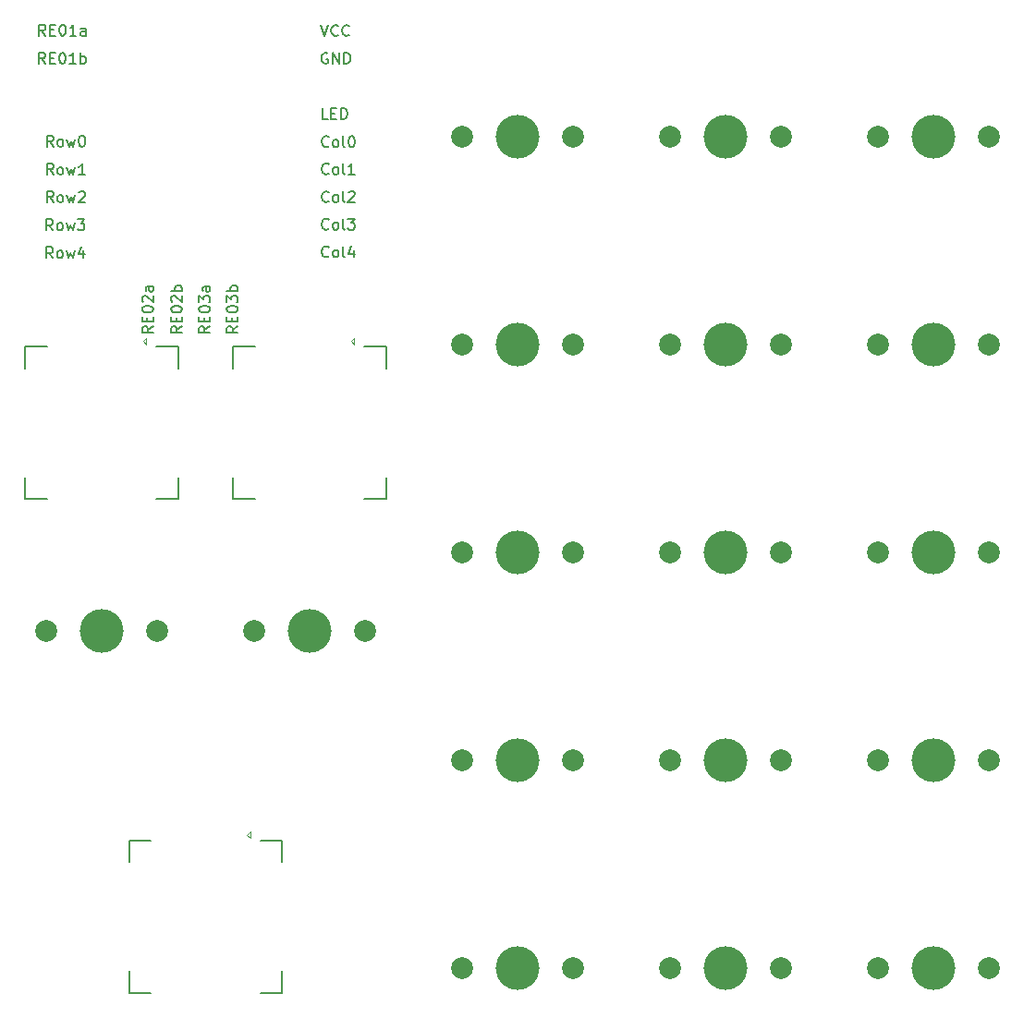
<source format=gbr>
G04 #@! TF.GenerationSoftware,KiCad,Pcbnew,7.0.9*
G04 #@! TF.CreationDate,2024-01-25T19:57:45+09:00*
G04 #@! TF.ProjectId,withTK,77697468-544b-42e6-9b69-6361645f7063,rev?*
G04 #@! TF.SameCoordinates,Original*
G04 #@! TF.FileFunction,Legend,Top*
G04 #@! TF.FilePolarity,Positive*
%FSLAX46Y46*%
G04 Gerber Fmt 4.6, Leading zero omitted, Abs format (unit mm)*
G04 Created by KiCad (PCBNEW 7.0.9) date 2024-01-25 19:57:45*
%MOMM*%
%LPD*%
G01*
G04 APERTURE LIST*
%ADD10C,0.150000*%
%ADD11C,0.120000*%
%ADD12C,2.000000*%
%ADD13C,4.000000*%
G04 APERTURE END LIST*
D10*
X24658025Y-39701535D02*
X24324692Y-39225344D01*
X24086597Y-39701535D02*
X24086597Y-38701535D01*
X24086597Y-38701535D02*
X24467549Y-38701535D01*
X24467549Y-38701535D02*
X24562787Y-38749154D01*
X24562787Y-38749154D02*
X24610406Y-38796773D01*
X24610406Y-38796773D02*
X24658025Y-38892011D01*
X24658025Y-38892011D02*
X24658025Y-39034868D01*
X24658025Y-39034868D02*
X24610406Y-39130106D01*
X24610406Y-39130106D02*
X24562787Y-39177725D01*
X24562787Y-39177725D02*
X24467549Y-39225344D01*
X24467549Y-39225344D02*
X24086597Y-39225344D01*
X25229454Y-39701535D02*
X25134216Y-39653916D01*
X25134216Y-39653916D02*
X25086597Y-39606296D01*
X25086597Y-39606296D02*
X25038978Y-39511058D01*
X25038978Y-39511058D02*
X25038978Y-39225344D01*
X25038978Y-39225344D02*
X25086597Y-39130106D01*
X25086597Y-39130106D02*
X25134216Y-39082487D01*
X25134216Y-39082487D02*
X25229454Y-39034868D01*
X25229454Y-39034868D02*
X25372311Y-39034868D01*
X25372311Y-39034868D02*
X25467549Y-39082487D01*
X25467549Y-39082487D02*
X25515168Y-39130106D01*
X25515168Y-39130106D02*
X25562787Y-39225344D01*
X25562787Y-39225344D02*
X25562787Y-39511058D01*
X25562787Y-39511058D02*
X25515168Y-39606296D01*
X25515168Y-39606296D02*
X25467549Y-39653916D01*
X25467549Y-39653916D02*
X25372311Y-39701535D01*
X25372311Y-39701535D02*
X25229454Y-39701535D01*
X25896121Y-39034868D02*
X26086597Y-39701535D01*
X26086597Y-39701535D02*
X26277073Y-39225344D01*
X26277073Y-39225344D02*
X26467549Y-39701535D01*
X26467549Y-39701535D02*
X26658025Y-39034868D01*
X27467549Y-39034868D02*
X27467549Y-39701535D01*
X27229454Y-38653916D02*
X26991359Y-39368201D01*
X26991359Y-39368201D02*
X27610406Y-39368201D01*
X49930273Y-29432063D02*
X49882654Y-29479683D01*
X49882654Y-29479683D02*
X49739797Y-29527302D01*
X49739797Y-29527302D02*
X49644559Y-29527302D01*
X49644559Y-29527302D02*
X49501702Y-29479683D01*
X49501702Y-29479683D02*
X49406464Y-29384444D01*
X49406464Y-29384444D02*
X49358845Y-29289206D01*
X49358845Y-29289206D02*
X49311226Y-29098730D01*
X49311226Y-29098730D02*
X49311226Y-28955873D01*
X49311226Y-28955873D02*
X49358845Y-28765397D01*
X49358845Y-28765397D02*
X49406464Y-28670159D01*
X49406464Y-28670159D02*
X49501702Y-28574921D01*
X49501702Y-28574921D02*
X49644559Y-28527302D01*
X49644559Y-28527302D02*
X49739797Y-28527302D01*
X49739797Y-28527302D02*
X49882654Y-28574921D01*
X49882654Y-28574921D02*
X49930273Y-28622540D01*
X50501702Y-29527302D02*
X50406464Y-29479683D01*
X50406464Y-29479683D02*
X50358845Y-29432063D01*
X50358845Y-29432063D02*
X50311226Y-29336825D01*
X50311226Y-29336825D02*
X50311226Y-29051111D01*
X50311226Y-29051111D02*
X50358845Y-28955873D01*
X50358845Y-28955873D02*
X50406464Y-28908254D01*
X50406464Y-28908254D02*
X50501702Y-28860635D01*
X50501702Y-28860635D02*
X50644559Y-28860635D01*
X50644559Y-28860635D02*
X50739797Y-28908254D01*
X50739797Y-28908254D02*
X50787416Y-28955873D01*
X50787416Y-28955873D02*
X50835035Y-29051111D01*
X50835035Y-29051111D02*
X50835035Y-29336825D01*
X50835035Y-29336825D02*
X50787416Y-29432063D01*
X50787416Y-29432063D02*
X50739797Y-29479683D01*
X50739797Y-29479683D02*
X50644559Y-29527302D01*
X50644559Y-29527302D02*
X50501702Y-29527302D01*
X51406464Y-29527302D02*
X51311226Y-29479683D01*
X51311226Y-29479683D02*
X51263607Y-29384444D01*
X51263607Y-29384444D02*
X51263607Y-28527302D01*
X51977893Y-28527302D02*
X52073131Y-28527302D01*
X52073131Y-28527302D02*
X52168369Y-28574921D01*
X52168369Y-28574921D02*
X52215988Y-28622540D01*
X52215988Y-28622540D02*
X52263607Y-28717778D01*
X52263607Y-28717778D02*
X52311226Y-28908254D01*
X52311226Y-28908254D02*
X52311226Y-29146349D01*
X52311226Y-29146349D02*
X52263607Y-29336825D01*
X52263607Y-29336825D02*
X52215988Y-29432063D01*
X52215988Y-29432063D02*
X52168369Y-29479683D01*
X52168369Y-29479683D02*
X52073131Y-29527302D01*
X52073131Y-29527302D02*
X51977893Y-29527302D01*
X51977893Y-29527302D02*
X51882655Y-29479683D01*
X51882655Y-29479683D02*
X51835036Y-29432063D01*
X51835036Y-29432063D02*
X51787417Y-29336825D01*
X51787417Y-29336825D02*
X51739798Y-29146349D01*
X51739798Y-29146349D02*
X51739798Y-28908254D01*
X51739798Y-28908254D02*
X51787417Y-28717778D01*
X51787417Y-28717778D02*
X51835036Y-28622540D01*
X51835036Y-28622540D02*
X51882655Y-28574921D01*
X51882655Y-28574921D02*
X51977893Y-28527302D01*
X49930273Y-34482901D02*
X49882654Y-34530521D01*
X49882654Y-34530521D02*
X49739797Y-34578140D01*
X49739797Y-34578140D02*
X49644559Y-34578140D01*
X49644559Y-34578140D02*
X49501702Y-34530521D01*
X49501702Y-34530521D02*
X49406464Y-34435282D01*
X49406464Y-34435282D02*
X49358845Y-34340044D01*
X49358845Y-34340044D02*
X49311226Y-34149568D01*
X49311226Y-34149568D02*
X49311226Y-34006711D01*
X49311226Y-34006711D02*
X49358845Y-33816235D01*
X49358845Y-33816235D02*
X49406464Y-33720997D01*
X49406464Y-33720997D02*
X49501702Y-33625759D01*
X49501702Y-33625759D02*
X49644559Y-33578140D01*
X49644559Y-33578140D02*
X49739797Y-33578140D01*
X49739797Y-33578140D02*
X49882654Y-33625759D01*
X49882654Y-33625759D02*
X49930273Y-33673378D01*
X50501702Y-34578140D02*
X50406464Y-34530521D01*
X50406464Y-34530521D02*
X50358845Y-34482901D01*
X50358845Y-34482901D02*
X50311226Y-34387663D01*
X50311226Y-34387663D02*
X50311226Y-34101949D01*
X50311226Y-34101949D02*
X50358845Y-34006711D01*
X50358845Y-34006711D02*
X50406464Y-33959092D01*
X50406464Y-33959092D02*
X50501702Y-33911473D01*
X50501702Y-33911473D02*
X50644559Y-33911473D01*
X50644559Y-33911473D02*
X50739797Y-33959092D01*
X50739797Y-33959092D02*
X50787416Y-34006711D01*
X50787416Y-34006711D02*
X50835035Y-34101949D01*
X50835035Y-34101949D02*
X50835035Y-34387663D01*
X50835035Y-34387663D02*
X50787416Y-34482901D01*
X50787416Y-34482901D02*
X50739797Y-34530521D01*
X50739797Y-34530521D02*
X50644559Y-34578140D01*
X50644559Y-34578140D02*
X50501702Y-34578140D01*
X51406464Y-34578140D02*
X51311226Y-34530521D01*
X51311226Y-34530521D02*
X51263607Y-34435282D01*
X51263607Y-34435282D02*
X51263607Y-33578140D01*
X51739798Y-33673378D02*
X51787417Y-33625759D01*
X51787417Y-33625759D02*
X51882655Y-33578140D01*
X51882655Y-33578140D02*
X52120750Y-33578140D01*
X52120750Y-33578140D02*
X52215988Y-33625759D01*
X52215988Y-33625759D02*
X52263607Y-33673378D01*
X52263607Y-33673378D02*
X52311226Y-33768616D01*
X52311226Y-33768616D02*
X52311226Y-33863854D01*
X52311226Y-33863854D02*
X52263607Y-34006711D01*
X52263607Y-34006711D02*
X51692179Y-34578140D01*
X51692179Y-34578140D02*
X52311226Y-34578140D01*
X39042219Y-45965292D02*
X38566028Y-46298625D01*
X39042219Y-46536720D02*
X38042219Y-46536720D01*
X38042219Y-46536720D02*
X38042219Y-46155768D01*
X38042219Y-46155768D02*
X38089838Y-46060530D01*
X38089838Y-46060530D02*
X38137457Y-46012911D01*
X38137457Y-46012911D02*
X38232695Y-45965292D01*
X38232695Y-45965292D02*
X38375552Y-45965292D01*
X38375552Y-45965292D02*
X38470790Y-46012911D01*
X38470790Y-46012911D02*
X38518409Y-46060530D01*
X38518409Y-46060530D02*
X38566028Y-46155768D01*
X38566028Y-46155768D02*
X38566028Y-46536720D01*
X38518409Y-45536720D02*
X38518409Y-45203387D01*
X39042219Y-45060530D02*
X39042219Y-45536720D01*
X39042219Y-45536720D02*
X38042219Y-45536720D01*
X38042219Y-45536720D02*
X38042219Y-45060530D01*
X38042219Y-44441482D02*
X38042219Y-44346244D01*
X38042219Y-44346244D02*
X38089838Y-44251006D01*
X38089838Y-44251006D02*
X38137457Y-44203387D01*
X38137457Y-44203387D02*
X38232695Y-44155768D01*
X38232695Y-44155768D02*
X38423171Y-44108149D01*
X38423171Y-44108149D02*
X38661266Y-44108149D01*
X38661266Y-44108149D02*
X38851742Y-44155768D01*
X38851742Y-44155768D02*
X38946980Y-44203387D01*
X38946980Y-44203387D02*
X38994600Y-44251006D01*
X38994600Y-44251006D02*
X39042219Y-44346244D01*
X39042219Y-44346244D02*
X39042219Y-44441482D01*
X39042219Y-44441482D02*
X38994600Y-44536720D01*
X38994600Y-44536720D02*
X38946980Y-44584339D01*
X38946980Y-44584339D02*
X38851742Y-44631958D01*
X38851742Y-44631958D02*
X38661266Y-44679577D01*
X38661266Y-44679577D02*
X38423171Y-44679577D01*
X38423171Y-44679577D02*
X38232695Y-44631958D01*
X38232695Y-44631958D02*
X38137457Y-44584339D01*
X38137457Y-44584339D02*
X38089838Y-44536720D01*
X38089838Y-44536720D02*
X38042219Y-44441482D01*
X38042219Y-43774815D02*
X38042219Y-43155768D01*
X38042219Y-43155768D02*
X38423171Y-43489101D01*
X38423171Y-43489101D02*
X38423171Y-43346244D01*
X38423171Y-43346244D02*
X38470790Y-43251006D01*
X38470790Y-43251006D02*
X38518409Y-43203387D01*
X38518409Y-43203387D02*
X38613647Y-43155768D01*
X38613647Y-43155768D02*
X38851742Y-43155768D01*
X38851742Y-43155768D02*
X38946980Y-43203387D01*
X38946980Y-43203387D02*
X38994600Y-43251006D01*
X38994600Y-43251006D02*
X39042219Y-43346244D01*
X39042219Y-43346244D02*
X39042219Y-43631958D01*
X39042219Y-43631958D02*
X38994600Y-43727196D01*
X38994600Y-43727196D02*
X38946980Y-43774815D01*
X39042219Y-42298625D02*
X38518409Y-42298625D01*
X38518409Y-42298625D02*
X38423171Y-42346244D01*
X38423171Y-42346244D02*
X38375552Y-42441482D01*
X38375552Y-42441482D02*
X38375552Y-42631958D01*
X38375552Y-42631958D02*
X38423171Y-42727196D01*
X38994600Y-42298625D02*
X39042219Y-42393863D01*
X39042219Y-42393863D02*
X39042219Y-42631958D01*
X39042219Y-42631958D02*
X38994600Y-42727196D01*
X38994600Y-42727196D02*
X38899361Y-42774815D01*
X38899361Y-42774815D02*
X38804123Y-42774815D01*
X38804123Y-42774815D02*
X38708885Y-42727196D01*
X38708885Y-42727196D02*
X38661266Y-42631958D01*
X38661266Y-42631958D02*
X38661266Y-42393863D01*
X38661266Y-42393863D02*
X38613647Y-42298625D01*
X24710273Y-32057024D02*
X24376940Y-31580833D01*
X24138845Y-32057024D02*
X24138845Y-31057024D01*
X24138845Y-31057024D02*
X24519797Y-31057024D01*
X24519797Y-31057024D02*
X24615035Y-31104643D01*
X24615035Y-31104643D02*
X24662654Y-31152262D01*
X24662654Y-31152262D02*
X24710273Y-31247500D01*
X24710273Y-31247500D02*
X24710273Y-31390357D01*
X24710273Y-31390357D02*
X24662654Y-31485595D01*
X24662654Y-31485595D02*
X24615035Y-31533214D01*
X24615035Y-31533214D02*
X24519797Y-31580833D01*
X24519797Y-31580833D02*
X24138845Y-31580833D01*
X25281702Y-32057024D02*
X25186464Y-32009405D01*
X25186464Y-32009405D02*
X25138845Y-31961785D01*
X25138845Y-31961785D02*
X25091226Y-31866547D01*
X25091226Y-31866547D02*
X25091226Y-31580833D01*
X25091226Y-31580833D02*
X25138845Y-31485595D01*
X25138845Y-31485595D02*
X25186464Y-31437976D01*
X25186464Y-31437976D02*
X25281702Y-31390357D01*
X25281702Y-31390357D02*
X25424559Y-31390357D01*
X25424559Y-31390357D02*
X25519797Y-31437976D01*
X25519797Y-31437976D02*
X25567416Y-31485595D01*
X25567416Y-31485595D02*
X25615035Y-31580833D01*
X25615035Y-31580833D02*
X25615035Y-31866547D01*
X25615035Y-31866547D02*
X25567416Y-31961785D01*
X25567416Y-31961785D02*
X25519797Y-32009405D01*
X25519797Y-32009405D02*
X25424559Y-32057024D01*
X25424559Y-32057024D02*
X25281702Y-32057024D01*
X25948369Y-31390357D02*
X26138845Y-32057024D01*
X26138845Y-32057024D02*
X26329321Y-31580833D01*
X26329321Y-31580833D02*
X26519797Y-32057024D01*
X26519797Y-32057024D02*
X26710273Y-31390357D01*
X27615035Y-32057024D02*
X27043607Y-32057024D01*
X27329321Y-32057024D02*
X27329321Y-31057024D01*
X27329321Y-31057024D02*
X27234083Y-31199881D01*
X27234083Y-31199881D02*
X27138845Y-31295119D01*
X27138845Y-31295119D02*
X27043607Y-31342738D01*
X49215988Y-18360533D02*
X49549321Y-19360533D01*
X49549321Y-19360533D02*
X49882654Y-18360533D01*
X50787416Y-19265294D02*
X50739797Y-19312914D01*
X50739797Y-19312914D02*
X50596940Y-19360533D01*
X50596940Y-19360533D02*
X50501702Y-19360533D01*
X50501702Y-19360533D02*
X50358845Y-19312914D01*
X50358845Y-19312914D02*
X50263607Y-19217675D01*
X50263607Y-19217675D02*
X50215988Y-19122437D01*
X50215988Y-19122437D02*
X50168369Y-18931961D01*
X50168369Y-18931961D02*
X50168369Y-18789104D01*
X50168369Y-18789104D02*
X50215988Y-18598628D01*
X50215988Y-18598628D02*
X50263607Y-18503390D01*
X50263607Y-18503390D02*
X50358845Y-18408152D01*
X50358845Y-18408152D02*
X50501702Y-18360533D01*
X50501702Y-18360533D02*
X50596940Y-18360533D01*
X50596940Y-18360533D02*
X50739797Y-18408152D01*
X50739797Y-18408152D02*
X50787416Y-18455771D01*
X51787416Y-19265294D02*
X51739797Y-19312914D01*
X51739797Y-19312914D02*
X51596940Y-19360533D01*
X51596940Y-19360533D02*
X51501702Y-19360533D01*
X51501702Y-19360533D02*
X51358845Y-19312914D01*
X51358845Y-19312914D02*
X51263607Y-19217675D01*
X51263607Y-19217675D02*
X51215988Y-19122437D01*
X51215988Y-19122437D02*
X51168369Y-18931961D01*
X51168369Y-18931961D02*
X51168369Y-18789104D01*
X51168369Y-18789104D02*
X51215988Y-18598628D01*
X51215988Y-18598628D02*
X51263607Y-18503390D01*
X51263607Y-18503390D02*
X51358845Y-18408152D01*
X51358845Y-18408152D02*
X51501702Y-18360533D01*
X51501702Y-18360533D02*
X51596940Y-18360533D01*
X51596940Y-18360533D02*
X51739797Y-18408152D01*
X51739797Y-18408152D02*
X51787416Y-18455771D01*
X49835035Y-26956381D02*
X49358845Y-26956381D01*
X49358845Y-26956381D02*
X49358845Y-25956381D01*
X50168369Y-26432571D02*
X50501702Y-26432571D01*
X50644559Y-26956381D02*
X50168369Y-26956381D01*
X50168369Y-26956381D02*
X50168369Y-25956381D01*
X50168369Y-25956381D02*
X50644559Y-25956381D01*
X51073131Y-26956381D02*
X51073131Y-25956381D01*
X51073131Y-25956381D02*
X51311226Y-25956381D01*
X51311226Y-25956381D02*
X51454083Y-26004000D01*
X51454083Y-26004000D02*
X51549321Y-26099238D01*
X51549321Y-26099238D02*
X51596940Y-26194476D01*
X51596940Y-26194476D02*
X51644559Y-26384952D01*
X51644559Y-26384952D02*
X51644559Y-26527809D01*
X51644559Y-26527809D02*
X51596940Y-26718285D01*
X51596940Y-26718285D02*
X51549321Y-26813523D01*
X51549321Y-26813523D02*
X51454083Y-26908762D01*
X51454083Y-26908762D02*
X51311226Y-26956381D01*
X51311226Y-26956381D02*
X51073131Y-26956381D01*
X23962521Y-21887094D02*
X23629188Y-21410903D01*
X23391093Y-21887094D02*
X23391093Y-20887094D01*
X23391093Y-20887094D02*
X23772045Y-20887094D01*
X23772045Y-20887094D02*
X23867283Y-20934713D01*
X23867283Y-20934713D02*
X23914902Y-20982332D01*
X23914902Y-20982332D02*
X23962521Y-21077570D01*
X23962521Y-21077570D02*
X23962521Y-21220427D01*
X23962521Y-21220427D02*
X23914902Y-21315665D01*
X23914902Y-21315665D02*
X23867283Y-21363284D01*
X23867283Y-21363284D02*
X23772045Y-21410903D01*
X23772045Y-21410903D02*
X23391093Y-21410903D01*
X24391093Y-21363284D02*
X24724426Y-21363284D01*
X24867283Y-21887094D02*
X24391093Y-21887094D01*
X24391093Y-21887094D02*
X24391093Y-20887094D01*
X24391093Y-20887094D02*
X24867283Y-20887094D01*
X25486331Y-20887094D02*
X25581569Y-20887094D01*
X25581569Y-20887094D02*
X25676807Y-20934713D01*
X25676807Y-20934713D02*
X25724426Y-20982332D01*
X25724426Y-20982332D02*
X25772045Y-21077570D01*
X25772045Y-21077570D02*
X25819664Y-21268046D01*
X25819664Y-21268046D02*
X25819664Y-21506141D01*
X25819664Y-21506141D02*
X25772045Y-21696617D01*
X25772045Y-21696617D02*
X25724426Y-21791855D01*
X25724426Y-21791855D02*
X25676807Y-21839475D01*
X25676807Y-21839475D02*
X25581569Y-21887094D01*
X25581569Y-21887094D02*
X25486331Y-21887094D01*
X25486331Y-21887094D02*
X25391093Y-21839475D01*
X25391093Y-21839475D02*
X25343474Y-21791855D01*
X25343474Y-21791855D02*
X25295855Y-21696617D01*
X25295855Y-21696617D02*
X25248236Y-21506141D01*
X25248236Y-21506141D02*
X25248236Y-21268046D01*
X25248236Y-21268046D02*
X25295855Y-21077570D01*
X25295855Y-21077570D02*
X25343474Y-20982332D01*
X25343474Y-20982332D02*
X25391093Y-20934713D01*
X25391093Y-20934713D02*
X25486331Y-20887094D01*
X26772045Y-21887094D02*
X26200617Y-21887094D01*
X26486331Y-21887094D02*
X26486331Y-20887094D01*
X26486331Y-20887094D02*
X26391093Y-21029951D01*
X26391093Y-21029951D02*
X26295855Y-21125189D01*
X26295855Y-21125189D02*
X26200617Y-21172808D01*
X27200617Y-21887094D02*
X27200617Y-20887094D01*
X27200617Y-21268046D02*
X27295855Y-21220427D01*
X27295855Y-21220427D02*
X27486331Y-21220427D01*
X27486331Y-21220427D02*
X27581569Y-21268046D01*
X27581569Y-21268046D02*
X27629188Y-21315665D01*
X27629188Y-21315665D02*
X27676807Y-21410903D01*
X27676807Y-21410903D02*
X27676807Y-21696617D01*
X27676807Y-21696617D02*
X27629188Y-21791855D01*
X27629188Y-21791855D02*
X27581569Y-21839475D01*
X27581569Y-21839475D02*
X27486331Y-21887094D01*
X27486331Y-21887094D02*
X27295855Y-21887094D01*
X27295855Y-21887094D02*
X27200617Y-21839475D01*
X24710273Y-29486102D02*
X24376940Y-29009911D01*
X24138845Y-29486102D02*
X24138845Y-28486102D01*
X24138845Y-28486102D02*
X24519797Y-28486102D01*
X24519797Y-28486102D02*
X24615035Y-28533721D01*
X24615035Y-28533721D02*
X24662654Y-28581340D01*
X24662654Y-28581340D02*
X24710273Y-28676578D01*
X24710273Y-28676578D02*
X24710273Y-28819435D01*
X24710273Y-28819435D02*
X24662654Y-28914673D01*
X24662654Y-28914673D02*
X24615035Y-28962292D01*
X24615035Y-28962292D02*
X24519797Y-29009911D01*
X24519797Y-29009911D02*
X24138845Y-29009911D01*
X25281702Y-29486102D02*
X25186464Y-29438483D01*
X25186464Y-29438483D02*
X25138845Y-29390863D01*
X25138845Y-29390863D02*
X25091226Y-29295625D01*
X25091226Y-29295625D02*
X25091226Y-29009911D01*
X25091226Y-29009911D02*
X25138845Y-28914673D01*
X25138845Y-28914673D02*
X25186464Y-28867054D01*
X25186464Y-28867054D02*
X25281702Y-28819435D01*
X25281702Y-28819435D02*
X25424559Y-28819435D01*
X25424559Y-28819435D02*
X25519797Y-28867054D01*
X25519797Y-28867054D02*
X25567416Y-28914673D01*
X25567416Y-28914673D02*
X25615035Y-29009911D01*
X25615035Y-29009911D02*
X25615035Y-29295625D01*
X25615035Y-29295625D02*
X25567416Y-29390863D01*
X25567416Y-29390863D02*
X25519797Y-29438483D01*
X25519797Y-29438483D02*
X25424559Y-29486102D01*
X25424559Y-29486102D02*
X25281702Y-29486102D01*
X25948369Y-28819435D02*
X26138845Y-29486102D01*
X26138845Y-29486102D02*
X26329321Y-29009911D01*
X26329321Y-29009911D02*
X26519797Y-29486102D01*
X26519797Y-29486102D02*
X26710273Y-28819435D01*
X27281702Y-28486102D02*
X27376940Y-28486102D01*
X27376940Y-28486102D02*
X27472178Y-28533721D01*
X27472178Y-28533721D02*
X27519797Y-28581340D01*
X27519797Y-28581340D02*
X27567416Y-28676578D01*
X27567416Y-28676578D02*
X27615035Y-28867054D01*
X27615035Y-28867054D02*
X27615035Y-29105149D01*
X27615035Y-29105149D02*
X27567416Y-29295625D01*
X27567416Y-29295625D02*
X27519797Y-29390863D01*
X27519797Y-29390863D02*
X27472178Y-29438483D01*
X27472178Y-29438483D02*
X27376940Y-29486102D01*
X27376940Y-29486102D02*
X27281702Y-29486102D01*
X27281702Y-29486102D02*
X27186464Y-29438483D01*
X27186464Y-29438483D02*
X27138845Y-29390863D01*
X27138845Y-29390863D02*
X27091226Y-29295625D01*
X27091226Y-29295625D02*
X27043607Y-29105149D01*
X27043607Y-29105149D02*
X27043607Y-28867054D01*
X27043607Y-28867054D02*
X27091226Y-28676578D01*
X27091226Y-28676578D02*
X27138845Y-28581340D01*
X27138845Y-28581340D02*
X27186464Y-28533721D01*
X27186464Y-28533721D02*
X27281702Y-28486102D01*
X33842219Y-45965292D02*
X33366028Y-46298625D01*
X33842219Y-46536720D02*
X32842219Y-46536720D01*
X32842219Y-46536720D02*
X32842219Y-46155768D01*
X32842219Y-46155768D02*
X32889838Y-46060530D01*
X32889838Y-46060530D02*
X32937457Y-46012911D01*
X32937457Y-46012911D02*
X33032695Y-45965292D01*
X33032695Y-45965292D02*
X33175552Y-45965292D01*
X33175552Y-45965292D02*
X33270790Y-46012911D01*
X33270790Y-46012911D02*
X33318409Y-46060530D01*
X33318409Y-46060530D02*
X33366028Y-46155768D01*
X33366028Y-46155768D02*
X33366028Y-46536720D01*
X33318409Y-45536720D02*
X33318409Y-45203387D01*
X33842219Y-45060530D02*
X33842219Y-45536720D01*
X33842219Y-45536720D02*
X32842219Y-45536720D01*
X32842219Y-45536720D02*
X32842219Y-45060530D01*
X32842219Y-44441482D02*
X32842219Y-44346244D01*
X32842219Y-44346244D02*
X32889838Y-44251006D01*
X32889838Y-44251006D02*
X32937457Y-44203387D01*
X32937457Y-44203387D02*
X33032695Y-44155768D01*
X33032695Y-44155768D02*
X33223171Y-44108149D01*
X33223171Y-44108149D02*
X33461266Y-44108149D01*
X33461266Y-44108149D02*
X33651742Y-44155768D01*
X33651742Y-44155768D02*
X33746980Y-44203387D01*
X33746980Y-44203387D02*
X33794600Y-44251006D01*
X33794600Y-44251006D02*
X33842219Y-44346244D01*
X33842219Y-44346244D02*
X33842219Y-44441482D01*
X33842219Y-44441482D02*
X33794600Y-44536720D01*
X33794600Y-44536720D02*
X33746980Y-44584339D01*
X33746980Y-44584339D02*
X33651742Y-44631958D01*
X33651742Y-44631958D02*
X33461266Y-44679577D01*
X33461266Y-44679577D02*
X33223171Y-44679577D01*
X33223171Y-44679577D02*
X33032695Y-44631958D01*
X33032695Y-44631958D02*
X32937457Y-44584339D01*
X32937457Y-44584339D02*
X32889838Y-44536720D01*
X32889838Y-44536720D02*
X32842219Y-44441482D01*
X32937457Y-43727196D02*
X32889838Y-43679577D01*
X32889838Y-43679577D02*
X32842219Y-43584339D01*
X32842219Y-43584339D02*
X32842219Y-43346244D01*
X32842219Y-43346244D02*
X32889838Y-43251006D01*
X32889838Y-43251006D02*
X32937457Y-43203387D01*
X32937457Y-43203387D02*
X33032695Y-43155768D01*
X33032695Y-43155768D02*
X33127933Y-43155768D01*
X33127933Y-43155768D02*
X33270790Y-43203387D01*
X33270790Y-43203387D02*
X33842219Y-43774815D01*
X33842219Y-43774815D02*
X33842219Y-43155768D01*
X33842219Y-42298625D02*
X33318409Y-42298625D01*
X33318409Y-42298625D02*
X33223171Y-42346244D01*
X33223171Y-42346244D02*
X33175552Y-42441482D01*
X33175552Y-42441482D02*
X33175552Y-42631958D01*
X33175552Y-42631958D02*
X33223171Y-42727196D01*
X33794600Y-42298625D02*
X33842219Y-42393863D01*
X33842219Y-42393863D02*
X33842219Y-42631958D01*
X33842219Y-42631958D02*
X33794600Y-42727196D01*
X33794600Y-42727196D02*
X33699361Y-42774815D01*
X33699361Y-42774815D02*
X33604123Y-42774815D01*
X33604123Y-42774815D02*
X33508885Y-42727196D01*
X33508885Y-42727196D02*
X33461266Y-42631958D01*
X33461266Y-42631958D02*
X33461266Y-42393863D01*
X33461266Y-42393863D02*
X33413647Y-42298625D01*
X24710273Y-34582443D02*
X24376940Y-34106252D01*
X24138845Y-34582443D02*
X24138845Y-33582443D01*
X24138845Y-33582443D02*
X24519797Y-33582443D01*
X24519797Y-33582443D02*
X24615035Y-33630062D01*
X24615035Y-33630062D02*
X24662654Y-33677681D01*
X24662654Y-33677681D02*
X24710273Y-33772919D01*
X24710273Y-33772919D02*
X24710273Y-33915776D01*
X24710273Y-33915776D02*
X24662654Y-34011014D01*
X24662654Y-34011014D02*
X24615035Y-34058633D01*
X24615035Y-34058633D02*
X24519797Y-34106252D01*
X24519797Y-34106252D02*
X24138845Y-34106252D01*
X25281702Y-34582443D02*
X25186464Y-34534824D01*
X25186464Y-34534824D02*
X25138845Y-34487204D01*
X25138845Y-34487204D02*
X25091226Y-34391966D01*
X25091226Y-34391966D02*
X25091226Y-34106252D01*
X25091226Y-34106252D02*
X25138845Y-34011014D01*
X25138845Y-34011014D02*
X25186464Y-33963395D01*
X25186464Y-33963395D02*
X25281702Y-33915776D01*
X25281702Y-33915776D02*
X25424559Y-33915776D01*
X25424559Y-33915776D02*
X25519797Y-33963395D01*
X25519797Y-33963395D02*
X25567416Y-34011014D01*
X25567416Y-34011014D02*
X25615035Y-34106252D01*
X25615035Y-34106252D02*
X25615035Y-34391966D01*
X25615035Y-34391966D02*
X25567416Y-34487204D01*
X25567416Y-34487204D02*
X25519797Y-34534824D01*
X25519797Y-34534824D02*
X25424559Y-34582443D01*
X25424559Y-34582443D02*
X25281702Y-34582443D01*
X25948369Y-33915776D02*
X26138845Y-34582443D01*
X26138845Y-34582443D02*
X26329321Y-34106252D01*
X26329321Y-34106252D02*
X26519797Y-34582443D01*
X26519797Y-34582443D02*
X26710273Y-33915776D01*
X27043607Y-33677681D02*
X27091226Y-33630062D01*
X27091226Y-33630062D02*
X27186464Y-33582443D01*
X27186464Y-33582443D02*
X27424559Y-33582443D01*
X27424559Y-33582443D02*
X27519797Y-33630062D01*
X27519797Y-33630062D02*
X27567416Y-33677681D01*
X27567416Y-33677681D02*
X27615035Y-33772919D01*
X27615035Y-33772919D02*
X27615035Y-33868157D01*
X27615035Y-33868157D02*
X27567416Y-34011014D01*
X27567416Y-34011014D02*
X26995988Y-34582443D01*
X26995988Y-34582443D02*
X27615035Y-34582443D01*
X49930273Y-31934730D02*
X49882654Y-31982350D01*
X49882654Y-31982350D02*
X49739797Y-32029969D01*
X49739797Y-32029969D02*
X49644559Y-32029969D01*
X49644559Y-32029969D02*
X49501702Y-31982350D01*
X49501702Y-31982350D02*
X49406464Y-31887111D01*
X49406464Y-31887111D02*
X49358845Y-31791873D01*
X49358845Y-31791873D02*
X49311226Y-31601397D01*
X49311226Y-31601397D02*
X49311226Y-31458540D01*
X49311226Y-31458540D02*
X49358845Y-31268064D01*
X49358845Y-31268064D02*
X49406464Y-31172826D01*
X49406464Y-31172826D02*
X49501702Y-31077588D01*
X49501702Y-31077588D02*
X49644559Y-31029969D01*
X49644559Y-31029969D02*
X49739797Y-31029969D01*
X49739797Y-31029969D02*
X49882654Y-31077588D01*
X49882654Y-31077588D02*
X49930273Y-31125207D01*
X50501702Y-32029969D02*
X50406464Y-31982350D01*
X50406464Y-31982350D02*
X50358845Y-31934730D01*
X50358845Y-31934730D02*
X50311226Y-31839492D01*
X50311226Y-31839492D02*
X50311226Y-31553778D01*
X50311226Y-31553778D02*
X50358845Y-31458540D01*
X50358845Y-31458540D02*
X50406464Y-31410921D01*
X50406464Y-31410921D02*
X50501702Y-31363302D01*
X50501702Y-31363302D02*
X50644559Y-31363302D01*
X50644559Y-31363302D02*
X50739797Y-31410921D01*
X50739797Y-31410921D02*
X50787416Y-31458540D01*
X50787416Y-31458540D02*
X50835035Y-31553778D01*
X50835035Y-31553778D02*
X50835035Y-31839492D01*
X50835035Y-31839492D02*
X50787416Y-31934730D01*
X50787416Y-31934730D02*
X50739797Y-31982350D01*
X50739797Y-31982350D02*
X50644559Y-32029969D01*
X50644559Y-32029969D02*
X50501702Y-32029969D01*
X51406464Y-32029969D02*
X51311226Y-31982350D01*
X51311226Y-31982350D02*
X51263607Y-31887111D01*
X51263607Y-31887111D02*
X51263607Y-31029969D01*
X52311226Y-32029969D02*
X51739798Y-32029969D01*
X52025512Y-32029969D02*
X52025512Y-31029969D01*
X52025512Y-31029969D02*
X51930274Y-31172826D01*
X51930274Y-31172826D02*
X51835036Y-31268064D01*
X51835036Y-31268064D02*
X51739798Y-31315683D01*
X24658025Y-37153365D02*
X24324692Y-36677174D01*
X24086597Y-37153365D02*
X24086597Y-36153365D01*
X24086597Y-36153365D02*
X24467549Y-36153365D01*
X24467549Y-36153365D02*
X24562787Y-36200984D01*
X24562787Y-36200984D02*
X24610406Y-36248603D01*
X24610406Y-36248603D02*
X24658025Y-36343841D01*
X24658025Y-36343841D02*
X24658025Y-36486698D01*
X24658025Y-36486698D02*
X24610406Y-36581936D01*
X24610406Y-36581936D02*
X24562787Y-36629555D01*
X24562787Y-36629555D02*
X24467549Y-36677174D01*
X24467549Y-36677174D02*
X24086597Y-36677174D01*
X25229454Y-37153365D02*
X25134216Y-37105746D01*
X25134216Y-37105746D02*
X25086597Y-37058126D01*
X25086597Y-37058126D02*
X25038978Y-36962888D01*
X25038978Y-36962888D02*
X25038978Y-36677174D01*
X25038978Y-36677174D02*
X25086597Y-36581936D01*
X25086597Y-36581936D02*
X25134216Y-36534317D01*
X25134216Y-36534317D02*
X25229454Y-36486698D01*
X25229454Y-36486698D02*
X25372311Y-36486698D01*
X25372311Y-36486698D02*
X25467549Y-36534317D01*
X25467549Y-36534317D02*
X25515168Y-36581936D01*
X25515168Y-36581936D02*
X25562787Y-36677174D01*
X25562787Y-36677174D02*
X25562787Y-36962888D01*
X25562787Y-36962888D02*
X25515168Y-37058126D01*
X25515168Y-37058126D02*
X25467549Y-37105746D01*
X25467549Y-37105746D02*
X25372311Y-37153365D01*
X25372311Y-37153365D02*
X25229454Y-37153365D01*
X25896121Y-36486698D02*
X26086597Y-37153365D01*
X26086597Y-37153365D02*
X26277073Y-36677174D01*
X26277073Y-36677174D02*
X26467549Y-37153365D01*
X26467549Y-37153365D02*
X26658025Y-36486698D01*
X26943740Y-36153365D02*
X27562787Y-36153365D01*
X27562787Y-36153365D02*
X27229454Y-36534317D01*
X27229454Y-36534317D02*
X27372311Y-36534317D01*
X27372311Y-36534317D02*
X27467549Y-36581936D01*
X27467549Y-36581936D02*
X27515168Y-36629555D01*
X27515168Y-36629555D02*
X27562787Y-36724793D01*
X27562787Y-36724793D02*
X27562787Y-36962888D01*
X27562787Y-36962888D02*
X27515168Y-37058126D01*
X27515168Y-37058126D02*
X27467549Y-37105746D01*
X27467549Y-37105746D02*
X27372311Y-37153365D01*
X27372311Y-37153365D02*
X27086597Y-37153365D01*
X27086597Y-37153365D02*
X26991359Y-37105746D01*
X26991359Y-37105746D02*
X26943740Y-37058126D01*
X49823933Y-20930410D02*
X49728695Y-20882791D01*
X49728695Y-20882791D02*
X49585838Y-20882791D01*
X49585838Y-20882791D02*
X49442981Y-20930410D01*
X49442981Y-20930410D02*
X49347743Y-21025648D01*
X49347743Y-21025648D02*
X49300124Y-21120886D01*
X49300124Y-21120886D02*
X49252505Y-21311362D01*
X49252505Y-21311362D02*
X49252505Y-21454219D01*
X49252505Y-21454219D02*
X49300124Y-21644695D01*
X49300124Y-21644695D02*
X49347743Y-21739933D01*
X49347743Y-21739933D02*
X49442981Y-21835172D01*
X49442981Y-21835172D02*
X49585838Y-21882791D01*
X49585838Y-21882791D02*
X49681076Y-21882791D01*
X49681076Y-21882791D02*
X49823933Y-21835172D01*
X49823933Y-21835172D02*
X49871552Y-21787552D01*
X49871552Y-21787552D02*
X49871552Y-21454219D01*
X49871552Y-21454219D02*
X49681076Y-21454219D01*
X50300124Y-21882791D02*
X50300124Y-20882791D01*
X50300124Y-20882791D02*
X50871552Y-21882791D01*
X50871552Y-21882791D02*
X50871552Y-20882791D01*
X51347743Y-21882791D02*
X51347743Y-20882791D01*
X51347743Y-20882791D02*
X51585838Y-20882791D01*
X51585838Y-20882791D02*
X51728695Y-20930410D01*
X51728695Y-20930410D02*
X51823933Y-21025648D01*
X51823933Y-21025648D02*
X51871552Y-21120886D01*
X51871552Y-21120886D02*
X51919171Y-21311362D01*
X51919171Y-21311362D02*
X51919171Y-21454219D01*
X51919171Y-21454219D02*
X51871552Y-21644695D01*
X51871552Y-21644695D02*
X51823933Y-21739933D01*
X51823933Y-21739933D02*
X51728695Y-21835172D01*
X51728695Y-21835172D02*
X51585838Y-21882791D01*
X51585838Y-21882791D02*
X51347743Y-21882791D01*
X49930273Y-37008320D02*
X49882654Y-37055940D01*
X49882654Y-37055940D02*
X49739797Y-37103559D01*
X49739797Y-37103559D02*
X49644559Y-37103559D01*
X49644559Y-37103559D02*
X49501702Y-37055940D01*
X49501702Y-37055940D02*
X49406464Y-36960701D01*
X49406464Y-36960701D02*
X49358845Y-36865463D01*
X49358845Y-36865463D02*
X49311226Y-36674987D01*
X49311226Y-36674987D02*
X49311226Y-36532130D01*
X49311226Y-36532130D02*
X49358845Y-36341654D01*
X49358845Y-36341654D02*
X49406464Y-36246416D01*
X49406464Y-36246416D02*
X49501702Y-36151178D01*
X49501702Y-36151178D02*
X49644559Y-36103559D01*
X49644559Y-36103559D02*
X49739797Y-36103559D01*
X49739797Y-36103559D02*
X49882654Y-36151178D01*
X49882654Y-36151178D02*
X49930273Y-36198797D01*
X50501702Y-37103559D02*
X50406464Y-37055940D01*
X50406464Y-37055940D02*
X50358845Y-37008320D01*
X50358845Y-37008320D02*
X50311226Y-36913082D01*
X50311226Y-36913082D02*
X50311226Y-36627368D01*
X50311226Y-36627368D02*
X50358845Y-36532130D01*
X50358845Y-36532130D02*
X50406464Y-36484511D01*
X50406464Y-36484511D02*
X50501702Y-36436892D01*
X50501702Y-36436892D02*
X50644559Y-36436892D01*
X50644559Y-36436892D02*
X50739797Y-36484511D01*
X50739797Y-36484511D02*
X50787416Y-36532130D01*
X50787416Y-36532130D02*
X50835035Y-36627368D01*
X50835035Y-36627368D02*
X50835035Y-36913082D01*
X50835035Y-36913082D02*
X50787416Y-37008320D01*
X50787416Y-37008320D02*
X50739797Y-37055940D01*
X50739797Y-37055940D02*
X50644559Y-37103559D01*
X50644559Y-37103559D02*
X50501702Y-37103559D01*
X51406464Y-37103559D02*
X51311226Y-37055940D01*
X51311226Y-37055940D02*
X51263607Y-36960701D01*
X51263607Y-36960701D02*
X51263607Y-36103559D01*
X51692179Y-36103559D02*
X52311226Y-36103559D01*
X52311226Y-36103559D02*
X51977893Y-36484511D01*
X51977893Y-36484511D02*
X52120750Y-36484511D01*
X52120750Y-36484511D02*
X52215988Y-36532130D01*
X52215988Y-36532130D02*
X52263607Y-36579749D01*
X52263607Y-36579749D02*
X52311226Y-36674987D01*
X52311226Y-36674987D02*
X52311226Y-36913082D01*
X52311226Y-36913082D02*
X52263607Y-37008320D01*
X52263607Y-37008320D02*
X52215988Y-37055940D01*
X52215988Y-37055940D02*
X52120750Y-37103559D01*
X52120750Y-37103559D02*
X51835036Y-37103559D01*
X51835036Y-37103559D02*
X51739798Y-37055940D01*
X51739798Y-37055940D02*
X51692179Y-37008320D01*
X49930273Y-39533739D02*
X49882654Y-39581359D01*
X49882654Y-39581359D02*
X49739797Y-39628978D01*
X49739797Y-39628978D02*
X49644559Y-39628978D01*
X49644559Y-39628978D02*
X49501702Y-39581359D01*
X49501702Y-39581359D02*
X49406464Y-39486120D01*
X49406464Y-39486120D02*
X49358845Y-39390882D01*
X49358845Y-39390882D02*
X49311226Y-39200406D01*
X49311226Y-39200406D02*
X49311226Y-39057549D01*
X49311226Y-39057549D02*
X49358845Y-38867073D01*
X49358845Y-38867073D02*
X49406464Y-38771835D01*
X49406464Y-38771835D02*
X49501702Y-38676597D01*
X49501702Y-38676597D02*
X49644559Y-38628978D01*
X49644559Y-38628978D02*
X49739797Y-38628978D01*
X49739797Y-38628978D02*
X49882654Y-38676597D01*
X49882654Y-38676597D02*
X49930273Y-38724216D01*
X50501702Y-39628978D02*
X50406464Y-39581359D01*
X50406464Y-39581359D02*
X50358845Y-39533739D01*
X50358845Y-39533739D02*
X50311226Y-39438501D01*
X50311226Y-39438501D02*
X50311226Y-39152787D01*
X50311226Y-39152787D02*
X50358845Y-39057549D01*
X50358845Y-39057549D02*
X50406464Y-39009930D01*
X50406464Y-39009930D02*
X50501702Y-38962311D01*
X50501702Y-38962311D02*
X50644559Y-38962311D01*
X50644559Y-38962311D02*
X50739797Y-39009930D01*
X50739797Y-39009930D02*
X50787416Y-39057549D01*
X50787416Y-39057549D02*
X50835035Y-39152787D01*
X50835035Y-39152787D02*
X50835035Y-39438501D01*
X50835035Y-39438501D02*
X50787416Y-39533739D01*
X50787416Y-39533739D02*
X50739797Y-39581359D01*
X50739797Y-39581359D02*
X50644559Y-39628978D01*
X50644559Y-39628978D02*
X50501702Y-39628978D01*
X51406464Y-39628978D02*
X51311226Y-39581359D01*
X51311226Y-39581359D02*
X51263607Y-39486120D01*
X51263607Y-39486120D02*
X51263607Y-38628978D01*
X52215988Y-38962311D02*
X52215988Y-39628978D01*
X51977893Y-38581359D02*
X51739798Y-39295644D01*
X51739798Y-39295644D02*
X52358845Y-39295644D01*
X41592219Y-45965292D02*
X41116028Y-46298625D01*
X41592219Y-46536720D02*
X40592219Y-46536720D01*
X40592219Y-46536720D02*
X40592219Y-46155768D01*
X40592219Y-46155768D02*
X40639838Y-46060530D01*
X40639838Y-46060530D02*
X40687457Y-46012911D01*
X40687457Y-46012911D02*
X40782695Y-45965292D01*
X40782695Y-45965292D02*
X40925552Y-45965292D01*
X40925552Y-45965292D02*
X41020790Y-46012911D01*
X41020790Y-46012911D02*
X41068409Y-46060530D01*
X41068409Y-46060530D02*
X41116028Y-46155768D01*
X41116028Y-46155768D02*
X41116028Y-46536720D01*
X41068409Y-45536720D02*
X41068409Y-45203387D01*
X41592219Y-45060530D02*
X41592219Y-45536720D01*
X41592219Y-45536720D02*
X40592219Y-45536720D01*
X40592219Y-45536720D02*
X40592219Y-45060530D01*
X40592219Y-44441482D02*
X40592219Y-44346244D01*
X40592219Y-44346244D02*
X40639838Y-44251006D01*
X40639838Y-44251006D02*
X40687457Y-44203387D01*
X40687457Y-44203387D02*
X40782695Y-44155768D01*
X40782695Y-44155768D02*
X40973171Y-44108149D01*
X40973171Y-44108149D02*
X41211266Y-44108149D01*
X41211266Y-44108149D02*
X41401742Y-44155768D01*
X41401742Y-44155768D02*
X41496980Y-44203387D01*
X41496980Y-44203387D02*
X41544600Y-44251006D01*
X41544600Y-44251006D02*
X41592219Y-44346244D01*
X41592219Y-44346244D02*
X41592219Y-44441482D01*
X41592219Y-44441482D02*
X41544600Y-44536720D01*
X41544600Y-44536720D02*
X41496980Y-44584339D01*
X41496980Y-44584339D02*
X41401742Y-44631958D01*
X41401742Y-44631958D02*
X41211266Y-44679577D01*
X41211266Y-44679577D02*
X40973171Y-44679577D01*
X40973171Y-44679577D02*
X40782695Y-44631958D01*
X40782695Y-44631958D02*
X40687457Y-44584339D01*
X40687457Y-44584339D02*
X40639838Y-44536720D01*
X40639838Y-44536720D02*
X40592219Y-44441482D01*
X40592219Y-43774815D02*
X40592219Y-43155768D01*
X40592219Y-43155768D02*
X40973171Y-43489101D01*
X40973171Y-43489101D02*
X40973171Y-43346244D01*
X40973171Y-43346244D02*
X41020790Y-43251006D01*
X41020790Y-43251006D02*
X41068409Y-43203387D01*
X41068409Y-43203387D02*
X41163647Y-43155768D01*
X41163647Y-43155768D02*
X41401742Y-43155768D01*
X41401742Y-43155768D02*
X41496980Y-43203387D01*
X41496980Y-43203387D02*
X41544600Y-43251006D01*
X41544600Y-43251006D02*
X41592219Y-43346244D01*
X41592219Y-43346244D02*
X41592219Y-43631958D01*
X41592219Y-43631958D02*
X41544600Y-43727196D01*
X41544600Y-43727196D02*
X41496980Y-43774815D01*
X41592219Y-42727196D02*
X40592219Y-42727196D01*
X40973171Y-42727196D02*
X40925552Y-42631958D01*
X40925552Y-42631958D02*
X40925552Y-42441482D01*
X40925552Y-42441482D02*
X40973171Y-42346244D01*
X40973171Y-42346244D02*
X41020790Y-42298625D01*
X41020790Y-42298625D02*
X41116028Y-42251006D01*
X41116028Y-42251006D02*
X41401742Y-42251006D01*
X41401742Y-42251006D02*
X41496980Y-42298625D01*
X41496980Y-42298625D02*
X41544600Y-42346244D01*
X41544600Y-42346244D02*
X41592219Y-42441482D01*
X41592219Y-42441482D02*
X41592219Y-42631958D01*
X41592219Y-42631958D02*
X41544600Y-42727196D01*
X23985273Y-19316172D02*
X23651940Y-18839981D01*
X23413845Y-19316172D02*
X23413845Y-18316172D01*
X23413845Y-18316172D02*
X23794797Y-18316172D01*
X23794797Y-18316172D02*
X23890035Y-18363791D01*
X23890035Y-18363791D02*
X23937654Y-18411410D01*
X23937654Y-18411410D02*
X23985273Y-18506648D01*
X23985273Y-18506648D02*
X23985273Y-18649505D01*
X23985273Y-18649505D02*
X23937654Y-18744743D01*
X23937654Y-18744743D02*
X23890035Y-18792362D01*
X23890035Y-18792362D02*
X23794797Y-18839981D01*
X23794797Y-18839981D02*
X23413845Y-18839981D01*
X24413845Y-18792362D02*
X24747178Y-18792362D01*
X24890035Y-19316172D02*
X24413845Y-19316172D01*
X24413845Y-19316172D02*
X24413845Y-18316172D01*
X24413845Y-18316172D02*
X24890035Y-18316172D01*
X25509083Y-18316172D02*
X25604321Y-18316172D01*
X25604321Y-18316172D02*
X25699559Y-18363791D01*
X25699559Y-18363791D02*
X25747178Y-18411410D01*
X25747178Y-18411410D02*
X25794797Y-18506648D01*
X25794797Y-18506648D02*
X25842416Y-18697124D01*
X25842416Y-18697124D02*
X25842416Y-18935219D01*
X25842416Y-18935219D02*
X25794797Y-19125695D01*
X25794797Y-19125695D02*
X25747178Y-19220933D01*
X25747178Y-19220933D02*
X25699559Y-19268553D01*
X25699559Y-19268553D02*
X25604321Y-19316172D01*
X25604321Y-19316172D02*
X25509083Y-19316172D01*
X25509083Y-19316172D02*
X25413845Y-19268553D01*
X25413845Y-19268553D02*
X25366226Y-19220933D01*
X25366226Y-19220933D02*
X25318607Y-19125695D01*
X25318607Y-19125695D02*
X25270988Y-18935219D01*
X25270988Y-18935219D02*
X25270988Y-18697124D01*
X25270988Y-18697124D02*
X25318607Y-18506648D01*
X25318607Y-18506648D02*
X25366226Y-18411410D01*
X25366226Y-18411410D02*
X25413845Y-18363791D01*
X25413845Y-18363791D02*
X25509083Y-18316172D01*
X26794797Y-19316172D02*
X26223369Y-19316172D01*
X26509083Y-19316172D02*
X26509083Y-18316172D01*
X26509083Y-18316172D02*
X26413845Y-18459029D01*
X26413845Y-18459029D02*
X26318607Y-18554267D01*
X26318607Y-18554267D02*
X26223369Y-18601886D01*
X27651940Y-19316172D02*
X27651940Y-18792362D01*
X27651940Y-18792362D02*
X27604321Y-18697124D01*
X27604321Y-18697124D02*
X27509083Y-18649505D01*
X27509083Y-18649505D02*
X27318607Y-18649505D01*
X27318607Y-18649505D02*
X27223369Y-18697124D01*
X27651940Y-19268553D02*
X27556702Y-19316172D01*
X27556702Y-19316172D02*
X27318607Y-19316172D01*
X27318607Y-19316172D02*
X27223369Y-19268553D01*
X27223369Y-19268553D02*
X27175750Y-19173314D01*
X27175750Y-19173314D02*
X27175750Y-19078076D01*
X27175750Y-19078076D02*
X27223369Y-18982838D01*
X27223369Y-18982838D02*
X27318607Y-18935219D01*
X27318607Y-18935219D02*
X27556702Y-18935219D01*
X27556702Y-18935219D02*
X27651940Y-18887600D01*
X36492219Y-45965292D02*
X36016028Y-46298625D01*
X36492219Y-46536720D02*
X35492219Y-46536720D01*
X35492219Y-46536720D02*
X35492219Y-46155768D01*
X35492219Y-46155768D02*
X35539838Y-46060530D01*
X35539838Y-46060530D02*
X35587457Y-46012911D01*
X35587457Y-46012911D02*
X35682695Y-45965292D01*
X35682695Y-45965292D02*
X35825552Y-45965292D01*
X35825552Y-45965292D02*
X35920790Y-46012911D01*
X35920790Y-46012911D02*
X35968409Y-46060530D01*
X35968409Y-46060530D02*
X36016028Y-46155768D01*
X36016028Y-46155768D02*
X36016028Y-46536720D01*
X35968409Y-45536720D02*
X35968409Y-45203387D01*
X36492219Y-45060530D02*
X36492219Y-45536720D01*
X36492219Y-45536720D02*
X35492219Y-45536720D01*
X35492219Y-45536720D02*
X35492219Y-45060530D01*
X35492219Y-44441482D02*
X35492219Y-44346244D01*
X35492219Y-44346244D02*
X35539838Y-44251006D01*
X35539838Y-44251006D02*
X35587457Y-44203387D01*
X35587457Y-44203387D02*
X35682695Y-44155768D01*
X35682695Y-44155768D02*
X35873171Y-44108149D01*
X35873171Y-44108149D02*
X36111266Y-44108149D01*
X36111266Y-44108149D02*
X36301742Y-44155768D01*
X36301742Y-44155768D02*
X36396980Y-44203387D01*
X36396980Y-44203387D02*
X36444600Y-44251006D01*
X36444600Y-44251006D02*
X36492219Y-44346244D01*
X36492219Y-44346244D02*
X36492219Y-44441482D01*
X36492219Y-44441482D02*
X36444600Y-44536720D01*
X36444600Y-44536720D02*
X36396980Y-44584339D01*
X36396980Y-44584339D02*
X36301742Y-44631958D01*
X36301742Y-44631958D02*
X36111266Y-44679577D01*
X36111266Y-44679577D02*
X35873171Y-44679577D01*
X35873171Y-44679577D02*
X35682695Y-44631958D01*
X35682695Y-44631958D02*
X35587457Y-44584339D01*
X35587457Y-44584339D02*
X35539838Y-44536720D01*
X35539838Y-44536720D02*
X35492219Y-44441482D01*
X35587457Y-43727196D02*
X35539838Y-43679577D01*
X35539838Y-43679577D02*
X35492219Y-43584339D01*
X35492219Y-43584339D02*
X35492219Y-43346244D01*
X35492219Y-43346244D02*
X35539838Y-43251006D01*
X35539838Y-43251006D02*
X35587457Y-43203387D01*
X35587457Y-43203387D02*
X35682695Y-43155768D01*
X35682695Y-43155768D02*
X35777933Y-43155768D01*
X35777933Y-43155768D02*
X35920790Y-43203387D01*
X35920790Y-43203387D02*
X36492219Y-43774815D01*
X36492219Y-43774815D02*
X36492219Y-43155768D01*
X36492219Y-42727196D02*
X35492219Y-42727196D01*
X35873171Y-42727196D02*
X35825552Y-42631958D01*
X35825552Y-42631958D02*
X35825552Y-42441482D01*
X35825552Y-42441482D02*
X35873171Y-42346244D01*
X35873171Y-42346244D02*
X35920790Y-42298625D01*
X35920790Y-42298625D02*
X36016028Y-42251006D01*
X36016028Y-42251006D02*
X36301742Y-42251006D01*
X36301742Y-42251006D02*
X36396980Y-42298625D01*
X36396980Y-42298625D02*
X36444600Y-42346244D01*
X36444600Y-42346244D02*
X36492219Y-42441482D01*
X36492219Y-42441482D02*
X36492219Y-42631958D01*
X36492219Y-42631958D02*
X36444600Y-42727196D01*
X22127100Y-47814900D02*
X22127100Y-49814900D01*
X22127100Y-59814900D02*
X22127100Y-61814900D01*
X22127100Y-61814900D02*
X24127100Y-61814900D01*
X24127100Y-47814900D02*
X22127100Y-47814900D01*
D11*
X32927100Y-47314900D02*
X33227100Y-47014900D01*
X33227100Y-47014900D02*
X33227100Y-47614900D01*
X33227100Y-47614900D02*
X32927100Y-47314900D01*
D10*
X34127100Y-61814900D02*
X36127100Y-61814900D01*
X36127100Y-47814900D02*
X34127100Y-47814900D01*
X36127100Y-49814900D02*
X36127100Y-47814900D01*
X36127100Y-61814900D02*
X36127100Y-59814900D01*
X41177100Y-47814900D02*
X41177100Y-49814900D01*
X41177100Y-59814900D02*
X41177100Y-61814900D01*
X41177100Y-61814900D02*
X43177100Y-61814900D01*
X43177100Y-47814900D02*
X41177100Y-47814900D01*
D11*
X51977100Y-47314900D02*
X52277100Y-47014900D01*
X52277100Y-47014900D02*
X52277100Y-47614900D01*
X52277100Y-47614900D02*
X51977100Y-47314900D01*
D10*
X53177100Y-61814900D02*
X55177100Y-61814900D01*
X55177100Y-47814900D02*
X53177100Y-47814900D01*
X55177100Y-49814900D02*
X55177100Y-47814900D01*
X55177100Y-61814900D02*
X55177100Y-59814900D01*
X31652100Y-93058600D02*
X31652100Y-95058600D01*
X31652100Y-105058600D02*
X31652100Y-107058600D01*
X31652100Y-107058600D02*
X33652100Y-107058600D01*
X33652100Y-93058600D02*
X31652100Y-93058600D01*
D11*
X42452100Y-92558600D02*
X42752100Y-92258600D01*
X42752100Y-92258600D02*
X42752100Y-92858600D01*
X42752100Y-92858600D02*
X42452100Y-92558600D01*
D10*
X43652100Y-107058600D02*
X45652100Y-107058600D01*
X45652100Y-93058600D02*
X43652100Y-93058600D01*
X45652100Y-95058600D02*
X45652100Y-93058600D01*
X45652100Y-107058600D02*
X45652100Y-105058600D01*
D12*
X62147100Y-28621100D03*
D13*
X67227100Y-28621100D03*
D12*
X72307100Y-28621100D03*
X81197100Y-28621100D03*
D13*
X86277100Y-28621100D03*
D12*
X91357100Y-28621100D03*
X100247100Y-28621100D03*
D13*
X105327100Y-28621100D03*
D12*
X110407100Y-28621100D03*
X100247100Y-85771100D03*
D13*
X105327100Y-85771100D03*
D12*
X110407100Y-85771100D03*
X81197100Y-66721100D03*
D13*
X86277100Y-66721100D03*
D12*
X91357100Y-66721100D03*
X100247100Y-47671100D03*
D13*
X105327100Y-47671100D03*
D12*
X110407100Y-47671100D03*
X81197100Y-85771100D03*
D13*
X86277100Y-85771100D03*
D12*
X91357100Y-85771100D03*
X62147100Y-85771100D03*
D13*
X67227100Y-85771100D03*
D12*
X72307100Y-85771100D03*
X81197100Y-47671100D03*
D13*
X86277100Y-47671100D03*
D12*
X91357100Y-47671100D03*
X81197100Y-104821100D03*
D13*
X86277100Y-104821100D03*
D12*
X91357100Y-104821100D03*
X43097100Y-73864900D03*
D13*
X48177100Y-73864900D03*
D12*
X53257100Y-73864900D03*
X100247100Y-66721100D03*
D13*
X105327100Y-66721100D03*
D12*
X110407100Y-66721100D03*
X62147100Y-104821100D03*
D13*
X67227100Y-104821100D03*
D12*
X72307100Y-104821100D03*
X62147100Y-66721100D03*
D13*
X67227100Y-66721100D03*
D12*
X72307100Y-66721100D03*
X24047100Y-73864900D03*
D13*
X29127100Y-73864900D03*
D12*
X34207100Y-73864900D03*
X100247100Y-104821100D03*
D13*
X105327100Y-104821100D03*
D12*
X110407100Y-104821100D03*
X62147100Y-47671100D03*
D13*
X67227100Y-47671100D03*
D12*
X72307100Y-47671100D03*
M02*

</source>
